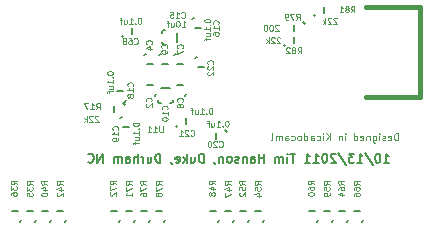
<source format=gbo>
G04 (created by PCBNEW-RS274X (2010-03-14)-final) date Thu 13 Oct 2011 08:56:15 PM EDT*
G01*
G70*
G90*
%MOIN*%
G04 Gerber Fmt 3.4, Leading zero omitted, Abs format*
%FSLAX34Y34*%
G04 APERTURE LIST*
%ADD10C,0.001000*%
%ADD11C,0.005000*%
%ADD12C,0.015000*%
%ADD13C,0.003300*%
%ADD14C,0.003900*%
G04 APERTURE END LIST*
G54D10*
G54D11*
X23150Y08750D02*
X23200Y08800D01*
X22900Y09100D02*
X23100Y09100D01*
X23650Y08750D02*
X23700Y08800D01*
X23400Y09100D02*
X23600Y09100D01*
X22650Y08750D02*
X22700Y08800D01*
X22400Y09100D02*
X22600Y09100D01*
X22150Y08750D02*
X22200Y08800D01*
X21900Y09100D02*
X22100Y09100D01*
X29750Y08750D02*
X29800Y08800D01*
X29500Y09100D02*
X29700Y09100D01*
X30250Y08750D02*
X30300Y08800D01*
X30000Y09100D02*
X30200Y09100D01*
X29250Y08750D02*
X29300Y08800D01*
X29000Y09100D02*
X29200Y09100D01*
X28750Y08750D02*
X28800Y08800D01*
X28500Y09100D02*
X28700Y09100D01*
X33050Y08750D02*
X33100Y08800D01*
X32800Y09100D02*
X33000Y09100D01*
X33550Y08750D02*
X33600Y08800D01*
X33300Y09100D02*
X33500Y09100D01*
X32550Y08750D02*
X32600Y08800D01*
X32300Y09100D02*
X32500Y09100D01*
X32050Y08750D02*
X32100Y08800D01*
X31800Y09100D02*
X32000Y09100D01*
X26450Y08750D02*
X26500Y08800D01*
X26200Y09100D02*
X26400Y09100D01*
X26950Y08750D02*
X27000Y08800D01*
X26700Y09100D02*
X26900Y09100D01*
X25950Y08750D02*
X26000Y08800D01*
X25700Y09100D02*
X25900Y09100D01*
X25450Y08750D02*
X25500Y08800D01*
X25200Y09100D02*
X25400Y09100D01*
X27350Y14350D02*
X27300Y14300D01*
X27600Y14000D02*
X27400Y14000D01*
X27650Y12950D02*
X27700Y13000D01*
X27400Y13300D02*
X27600Y13300D01*
X26850Y14350D02*
X26800Y14300D01*
X27100Y14000D02*
X26900Y14000D01*
X27950Y15550D02*
X27900Y15500D01*
X28200Y15200D02*
X28000Y15200D01*
X25650Y12750D02*
X25700Y12800D01*
X25400Y13100D02*
X25600Y13100D01*
X25550Y12250D02*
X25500Y12200D01*
X25800Y11900D02*
X25600Y11900D01*
X29050Y11750D02*
X29000Y11800D01*
X28700Y11500D02*
X28700Y11700D01*
X25650Y12650D02*
X25600Y12700D01*
X25300Y12400D02*
X25300Y12600D01*
X27350Y11950D02*
X27400Y11900D01*
X27700Y12200D02*
X27700Y12000D01*
X28050Y14250D02*
X28000Y14200D01*
X28300Y13900D02*
X28100Y13900D01*
X26350Y14350D02*
X26300Y14300D01*
X26600Y14000D02*
X26400Y14000D01*
X26650Y12950D02*
X26700Y13000D01*
X26400Y13300D02*
X26600Y13300D01*
X26850Y12700D02*
X26800Y12700D01*
X26800Y12700D02*
X26750Y12750D01*
X26750Y12750D02*
X26750Y12800D01*
X27250Y12800D02*
X27250Y12750D01*
X27250Y12750D02*
X27200Y12700D01*
X27200Y12700D02*
X27150Y12700D01*
X27150Y13200D02*
X26850Y13200D01*
X26900Y15050D02*
X26900Y15100D01*
X26900Y15100D02*
X26950Y15150D01*
X26950Y15150D02*
X27000Y15150D01*
X27000Y14650D02*
X26950Y14650D01*
X26950Y14650D02*
X26900Y14700D01*
X26900Y14700D02*
X26900Y14750D01*
X27400Y14750D02*
X27400Y15050D01*
X31650Y15350D02*
X31600Y15400D01*
X31300Y15100D02*
X31300Y15300D01*
X31950Y15650D02*
X32000Y15600D01*
X32300Y15900D02*
X32300Y15700D01*
X30950Y14650D02*
X31000Y14600D01*
X31300Y14900D02*
X31300Y14700D01*
G54D12*
X33700Y12900D02*
X35500Y12900D01*
X35500Y12900D02*
X35500Y15900D01*
X35500Y15900D02*
X33700Y15900D01*
G54D11*
X25550Y14950D02*
X25600Y14900D01*
X25900Y15200D02*
X25900Y15000D01*
G54D13*
X23072Y09989D02*
X22977Y10056D01*
X23072Y10103D02*
X22872Y10103D01*
X22872Y10027D01*
X22881Y10008D01*
X22891Y09999D01*
X22910Y09989D01*
X22939Y09989D01*
X22958Y09999D01*
X22967Y10008D01*
X22977Y10027D01*
X22977Y10103D01*
X22939Y09818D02*
X23072Y09818D01*
X22862Y09865D02*
X23005Y09913D01*
X23005Y09789D01*
X22872Y09675D02*
X22872Y09656D01*
X22881Y09637D01*
X22891Y09628D01*
X22910Y09618D01*
X22948Y09609D01*
X22996Y09609D01*
X23034Y09618D01*
X23053Y09628D01*
X23062Y09637D01*
X23072Y09656D01*
X23072Y09675D01*
X23062Y09694D01*
X23053Y09704D01*
X23034Y09713D01*
X22996Y09723D01*
X22948Y09723D01*
X22910Y09713D01*
X22891Y09704D01*
X22881Y09694D01*
X22872Y09675D01*
X23580Y09981D02*
X23485Y10048D01*
X23580Y10095D02*
X23380Y10095D01*
X23380Y10019D01*
X23389Y10000D01*
X23399Y09991D01*
X23418Y09981D01*
X23447Y09981D01*
X23466Y09991D01*
X23475Y10000D01*
X23485Y10019D01*
X23485Y10095D01*
X23447Y09810D02*
X23580Y09810D01*
X23370Y09857D02*
X23513Y09905D01*
X23513Y09781D01*
X23399Y09715D02*
X23389Y09705D01*
X23380Y09686D01*
X23380Y09639D01*
X23389Y09620D01*
X23399Y09610D01*
X23418Y09601D01*
X23437Y09601D01*
X23466Y09610D01*
X23580Y09724D01*
X23580Y09601D01*
X22580Y09981D02*
X22485Y10048D01*
X22580Y10095D02*
X22380Y10095D01*
X22380Y10019D01*
X22389Y10000D01*
X22399Y09991D01*
X22418Y09981D01*
X22447Y09981D01*
X22466Y09991D01*
X22475Y10000D01*
X22485Y10019D01*
X22485Y10095D01*
X22380Y09914D02*
X22380Y09791D01*
X22456Y09857D01*
X22456Y09829D01*
X22466Y09810D01*
X22475Y09800D01*
X22494Y09791D01*
X22542Y09791D01*
X22561Y09800D01*
X22570Y09810D01*
X22580Y09829D01*
X22580Y09886D01*
X22570Y09905D01*
X22561Y09914D01*
X22380Y09610D02*
X22380Y09705D01*
X22475Y09715D01*
X22466Y09705D01*
X22456Y09686D01*
X22456Y09639D01*
X22466Y09620D01*
X22475Y09610D01*
X22494Y09601D01*
X22542Y09601D01*
X22561Y09610D01*
X22570Y09620D01*
X22580Y09639D01*
X22580Y09686D01*
X22570Y09705D01*
X22561Y09715D01*
X22055Y09998D02*
X21960Y10065D01*
X22055Y10112D02*
X21855Y10112D01*
X21855Y10036D01*
X21864Y10017D01*
X21874Y10008D01*
X21893Y09998D01*
X21922Y09998D01*
X21941Y10008D01*
X21950Y10017D01*
X21960Y10036D01*
X21960Y10112D01*
X21855Y09931D02*
X21855Y09808D01*
X21931Y09874D01*
X21931Y09846D01*
X21941Y09827D01*
X21950Y09817D01*
X21969Y09808D01*
X22017Y09808D01*
X22036Y09817D01*
X22045Y09827D01*
X22055Y09846D01*
X22055Y09903D01*
X22045Y09922D01*
X22036Y09931D01*
X21855Y09637D02*
X21855Y09675D01*
X21864Y09694D01*
X21874Y09703D01*
X21903Y09722D01*
X21941Y09732D01*
X22017Y09732D01*
X22036Y09722D01*
X22045Y09713D01*
X22055Y09694D01*
X22055Y09656D01*
X22045Y09637D01*
X22036Y09627D01*
X22017Y09618D01*
X21969Y09618D01*
X21950Y09627D01*
X21941Y09637D01*
X21931Y09656D01*
X21931Y09694D01*
X21941Y09713D01*
X21950Y09722D01*
X21969Y09732D01*
X29672Y09989D02*
X29577Y10056D01*
X29672Y10103D02*
X29472Y10103D01*
X29472Y10027D01*
X29481Y10008D01*
X29491Y09999D01*
X29510Y09989D01*
X29539Y09989D01*
X29558Y09999D01*
X29567Y10008D01*
X29577Y10027D01*
X29577Y10103D01*
X29472Y09808D02*
X29472Y09903D01*
X29567Y09913D01*
X29558Y09903D01*
X29548Y09884D01*
X29548Y09837D01*
X29558Y09818D01*
X29567Y09808D01*
X29586Y09799D01*
X29634Y09799D01*
X29653Y09808D01*
X29662Y09818D01*
X29672Y09837D01*
X29672Y09884D01*
X29662Y09903D01*
X29653Y09913D01*
X29491Y09723D02*
X29481Y09713D01*
X29472Y09694D01*
X29472Y09647D01*
X29481Y09628D01*
X29491Y09618D01*
X29510Y09609D01*
X29529Y09609D01*
X29558Y09618D01*
X29672Y09732D01*
X29672Y09609D01*
X30180Y09981D02*
X30085Y10048D01*
X30180Y10095D02*
X29980Y10095D01*
X29980Y10019D01*
X29989Y10000D01*
X29999Y09991D01*
X30018Y09981D01*
X30047Y09981D01*
X30066Y09991D01*
X30075Y10000D01*
X30085Y10019D01*
X30085Y10095D01*
X29980Y09800D02*
X29980Y09895D01*
X30075Y09905D01*
X30066Y09895D01*
X30056Y09876D01*
X30056Y09829D01*
X30066Y09810D01*
X30075Y09800D01*
X30094Y09791D01*
X30142Y09791D01*
X30161Y09800D01*
X30170Y09810D01*
X30180Y09829D01*
X30180Y09876D01*
X30170Y09895D01*
X30161Y09905D01*
X30047Y09620D02*
X30180Y09620D01*
X29970Y09667D02*
X30113Y09715D01*
X30113Y09591D01*
X29180Y09981D02*
X29085Y10048D01*
X29180Y10095D02*
X28980Y10095D01*
X28980Y10019D01*
X28989Y10000D01*
X28999Y09991D01*
X29018Y09981D01*
X29047Y09981D01*
X29066Y09991D01*
X29075Y10000D01*
X29085Y10019D01*
X29085Y10095D01*
X29047Y09810D02*
X29180Y09810D01*
X28970Y09857D02*
X29113Y09905D01*
X29113Y09781D01*
X28980Y09724D02*
X28980Y09591D01*
X29180Y09677D01*
X28655Y09998D02*
X28560Y10065D01*
X28655Y10112D02*
X28455Y10112D01*
X28455Y10036D01*
X28464Y10017D01*
X28474Y10008D01*
X28493Y09998D01*
X28522Y09998D01*
X28541Y10008D01*
X28550Y10017D01*
X28560Y10036D01*
X28560Y10112D01*
X28522Y09827D02*
X28655Y09827D01*
X28445Y09874D02*
X28588Y09922D01*
X28588Y09798D01*
X28541Y09694D02*
X28531Y09713D01*
X28522Y09722D01*
X28503Y09732D01*
X28493Y09732D01*
X28474Y09722D01*
X28464Y09713D01*
X28455Y09694D01*
X28455Y09656D01*
X28464Y09637D01*
X28474Y09627D01*
X28493Y09618D01*
X28503Y09618D01*
X28522Y09627D01*
X28531Y09637D01*
X28541Y09656D01*
X28541Y09694D01*
X28550Y09713D01*
X28560Y09722D01*
X28579Y09732D01*
X28617Y09732D01*
X28636Y09722D01*
X28645Y09713D01*
X28655Y09694D01*
X28655Y09656D01*
X28645Y09637D01*
X28636Y09627D01*
X28617Y09618D01*
X28579Y09618D01*
X28560Y09627D01*
X28550Y09637D01*
X28541Y09656D01*
X32972Y09989D02*
X32877Y10056D01*
X32972Y10103D02*
X32772Y10103D01*
X32772Y10027D01*
X32781Y10008D01*
X32791Y09999D01*
X32810Y09989D01*
X32839Y09989D01*
X32858Y09999D01*
X32867Y10008D01*
X32877Y10027D01*
X32877Y10103D01*
X32772Y09818D02*
X32772Y09856D01*
X32781Y09875D01*
X32791Y09884D01*
X32820Y09903D01*
X32858Y09913D01*
X32934Y09913D01*
X32953Y09903D01*
X32962Y09894D01*
X32972Y09875D01*
X32972Y09837D01*
X32962Y09818D01*
X32953Y09808D01*
X32934Y09799D01*
X32886Y09799D01*
X32867Y09808D01*
X32858Y09818D01*
X32848Y09837D01*
X32848Y09875D01*
X32858Y09894D01*
X32867Y09903D01*
X32886Y09913D01*
X32839Y09628D02*
X32972Y09628D01*
X32762Y09675D02*
X32905Y09723D01*
X32905Y09599D01*
X33480Y09981D02*
X33385Y10048D01*
X33480Y10095D02*
X33280Y10095D01*
X33280Y10019D01*
X33289Y10000D01*
X33299Y09991D01*
X33318Y09981D01*
X33347Y09981D01*
X33366Y09991D01*
X33375Y10000D01*
X33385Y10019D01*
X33385Y10095D01*
X33280Y09810D02*
X33280Y09848D01*
X33289Y09867D01*
X33299Y09876D01*
X33328Y09895D01*
X33366Y09905D01*
X33442Y09905D01*
X33461Y09895D01*
X33470Y09886D01*
X33480Y09867D01*
X33480Y09829D01*
X33470Y09810D01*
X33461Y09800D01*
X33442Y09791D01*
X33394Y09791D01*
X33375Y09800D01*
X33366Y09810D01*
X33356Y09829D01*
X33356Y09867D01*
X33366Y09886D01*
X33375Y09895D01*
X33394Y09905D01*
X33280Y09620D02*
X33280Y09658D01*
X33289Y09677D01*
X33299Y09686D01*
X33328Y09705D01*
X33366Y09715D01*
X33442Y09715D01*
X33461Y09705D01*
X33470Y09696D01*
X33480Y09677D01*
X33480Y09639D01*
X33470Y09620D01*
X33461Y09610D01*
X33442Y09601D01*
X33394Y09601D01*
X33375Y09610D01*
X33366Y09620D01*
X33356Y09639D01*
X33356Y09677D01*
X33366Y09696D01*
X33375Y09705D01*
X33394Y09715D01*
X32480Y09981D02*
X32385Y10048D01*
X32480Y10095D02*
X32280Y10095D01*
X32280Y10019D01*
X32289Y10000D01*
X32299Y09991D01*
X32318Y09981D01*
X32347Y09981D01*
X32366Y09991D01*
X32375Y10000D01*
X32385Y10019D01*
X32385Y10095D01*
X32280Y09800D02*
X32280Y09895D01*
X32375Y09905D01*
X32366Y09895D01*
X32356Y09876D01*
X32356Y09829D01*
X32366Y09810D01*
X32375Y09800D01*
X32394Y09791D01*
X32442Y09791D01*
X32461Y09800D01*
X32470Y09810D01*
X32480Y09829D01*
X32480Y09876D01*
X32470Y09895D01*
X32461Y09905D01*
X32480Y09696D02*
X32480Y09658D01*
X32470Y09639D01*
X32461Y09629D01*
X32432Y09610D01*
X32394Y09601D01*
X32318Y09601D01*
X32299Y09610D01*
X32289Y09620D01*
X32280Y09639D01*
X32280Y09677D01*
X32289Y09696D01*
X32299Y09705D01*
X32318Y09715D01*
X32366Y09715D01*
X32385Y09705D01*
X32394Y09696D01*
X32404Y09677D01*
X32404Y09639D01*
X32394Y09620D01*
X32385Y09610D01*
X32366Y09601D01*
X31955Y09998D02*
X31860Y10065D01*
X31955Y10112D02*
X31755Y10112D01*
X31755Y10036D01*
X31764Y10017D01*
X31774Y10008D01*
X31793Y09998D01*
X31822Y09998D01*
X31841Y10008D01*
X31850Y10017D01*
X31860Y10036D01*
X31860Y10112D01*
X31755Y09827D02*
X31755Y09865D01*
X31764Y09884D01*
X31774Y09893D01*
X31803Y09912D01*
X31841Y09922D01*
X31917Y09922D01*
X31936Y09912D01*
X31945Y09903D01*
X31955Y09884D01*
X31955Y09846D01*
X31945Y09827D01*
X31936Y09817D01*
X31917Y09808D01*
X31869Y09808D01*
X31850Y09817D01*
X31841Y09827D01*
X31831Y09846D01*
X31831Y09884D01*
X31841Y09903D01*
X31850Y09912D01*
X31869Y09922D01*
X31755Y09684D02*
X31755Y09665D01*
X31764Y09646D01*
X31774Y09637D01*
X31793Y09627D01*
X31831Y09618D01*
X31879Y09618D01*
X31917Y09627D01*
X31936Y09637D01*
X31945Y09646D01*
X31955Y09665D01*
X31955Y09684D01*
X31945Y09703D01*
X31936Y09713D01*
X31917Y09722D01*
X31879Y09732D01*
X31831Y09732D01*
X31793Y09722D01*
X31774Y09713D01*
X31764Y09703D01*
X31755Y09684D01*
X26372Y09989D02*
X26277Y10056D01*
X26372Y10103D02*
X26172Y10103D01*
X26172Y10027D01*
X26181Y10008D01*
X26191Y09999D01*
X26210Y09989D01*
X26239Y09989D01*
X26258Y09999D01*
X26267Y10008D01*
X26277Y10027D01*
X26277Y10103D01*
X26172Y09922D02*
X26172Y09789D01*
X26372Y09875D01*
X26172Y09628D02*
X26172Y09666D01*
X26181Y09685D01*
X26191Y09694D01*
X26220Y09713D01*
X26258Y09723D01*
X26334Y09723D01*
X26353Y09713D01*
X26362Y09704D01*
X26372Y09685D01*
X26372Y09647D01*
X26362Y09628D01*
X26353Y09618D01*
X26334Y09609D01*
X26286Y09609D01*
X26267Y09618D01*
X26258Y09628D01*
X26248Y09647D01*
X26248Y09685D01*
X26258Y09704D01*
X26267Y09713D01*
X26286Y09723D01*
X26880Y09981D02*
X26785Y10048D01*
X26880Y10095D02*
X26680Y10095D01*
X26680Y10019D01*
X26689Y10000D01*
X26699Y09991D01*
X26718Y09981D01*
X26747Y09981D01*
X26766Y09991D01*
X26775Y10000D01*
X26785Y10019D01*
X26785Y10095D01*
X26680Y09914D02*
X26680Y09781D01*
X26880Y09867D01*
X26766Y09677D02*
X26756Y09696D01*
X26747Y09705D01*
X26728Y09715D01*
X26718Y09715D01*
X26699Y09705D01*
X26689Y09696D01*
X26680Y09677D01*
X26680Y09639D01*
X26689Y09620D01*
X26699Y09610D01*
X26718Y09601D01*
X26728Y09601D01*
X26747Y09610D01*
X26756Y09620D01*
X26766Y09639D01*
X26766Y09677D01*
X26775Y09696D01*
X26785Y09705D01*
X26804Y09715D01*
X26842Y09715D01*
X26861Y09705D01*
X26870Y09696D01*
X26880Y09677D01*
X26880Y09639D01*
X26870Y09620D01*
X26861Y09610D01*
X26842Y09601D01*
X26804Y09601D01*
X26785Y09610D01*
X26775Y09620D01*
X26766Y09639D01*
X25880Y09981D02*
X25785Y10048D01*
X25880Y10095D02*
X25680Y10095D01*
X25680Y10019D01*
X25689Y10000D01*
X25699Y09991D01*
X25718Y09981D01*
X25747Y09981D01*
X25766Y09991D01*
X25775Y10000D01*
X25785Y10019D01*
X25785Y10095D01*
X25680Y09914D02*
X25680Y09781D01*
X25880Y09867D01*
X25880Y09601D02*
X25880Y09715D01*
X25880Y09658D02*
X25680Y09658D01*
X25709Y09677D01*
X25728Y09696D01*
X25737Y09715D01*
X25355Y09998D02*
X25260Y10065D01*
X25355Y10112D02*
X25155Y10112D01*
X25155Y10036D01*
X25164Y10017D01*
X25174Y10008D01*
X25193Y09998D01*
X25222Y09998D01*
X25241Y10008D01*
X25250Y10017D01*
X25260Y10036D01*
X25260Y10112D01*
X25155Y09931D02*
X25155Y09798D01*
X25355Y09884D01*
X25174Y09732D02*
X25164Y09722D01*
X25155Y09703D01*
X25155Y09656D01*
X25164Y09637D01*
X25174Y09627D01*
X25193Y09618D01*
X25212Y09618D01*
X25241Y09627D01*
X25355Y09741D01*
X25355Y09618D01*
X27578Y14543D02*
X27587Y14553D01*
X27597Y14581D01*
X27597Y14600D01*
X27587Y14629D01*
X27568Y14648D01*
X27549Y14657D01*
X27511Y14667D01*
X27483Y14667D01*
X27445Y14657D01*
X27426Y14648D01*
X27406Y14629D01*
X27397Y14600D01*
X27397Y14581D01*
X27406Y14553D01*
X27416Y14543D01*
X27397Y14476D02*
X27397Y14343D01*
X27597Y14429D01*
X27574Y12753D02*
X27583Y12763D01*
X27593Y12791D01*
X27593Y12810D01*
X27583Y12839D01*
X27564Y12858D01*
X27545Y12867D01*
X27507Y12877D01*
X27479Y12877D01*
X27441Y12867D01*
X27422Y12858D01*
X27402Y12839D01*
X27393Y12810D01*
X27393Y12791D01*
X27402Y12763D01*
X27412Y12753D01*
X27479Y12639D02*
X27469Y12658D01*
X27460Y12667D01*
X27441Y12677D01*
X27431Y12677D01*
X27412Y12667D01*
X27402Y12658D01*
X27393Y12639D01*
X27393Y12601D01*
X27402Y12582D01*
X27412Y12572D01*
X27431Y12563D01*
X27441Y12563D01*
X27460Y12572D01*
X27469Y12582D01*
X27479Y12601D01*
X27479Y12639D01*
X27488Y12658D01*
X27498Y12667D01*
X27517Y12677D01*
X27555Y12677D01*
X27574Y12667D01*
X27583Y12658D01*
X27593Y12639D01*
X27593Y12601D01*
X27583Y12582D01*
X27574Y12572D01*
X27555Y12563D01*
X27517Y12563D01*
X27498Y12572D01*
X27488Y12582D01*
X27479Y12601D01*
X27057Y14550D02*
X27066Y14560D01*
X27076Y14588D01*
X27076Y14607D01*
X27066Y14636D01*
X27047Y14655D01*
X27028Y14664D01*
X26990Y14674D01*
X26962Y14674D01*
X26924Y14664D01*
X26905Y14655D01*
X26885Y14636D01*
X26876Y14607D01*
X26876Y14588D01*
X26885Y14560D01*
X26895Y14550D01*
X27076Y14455D02*
X27076Y14417D01*
X27066Y14398D01*
X27057Y14388D01*
X27028Y14369D01*
X26990Y14360D01*
X26914Y14360D01*
X26895Y14369D01*
X26885Y14379D01*
X26876Y14398D01*
X26876Y14436D01*
X26885Y14455D01*
X26895Y14464D01*
X26914Y14474D01*
X26962Y14474D01*
X26981Y14464D01*
X26990Y14455D01*
X27000Y14436D01*
X27000Y14398D01*
X26990Y14379D01*
X26981Y14369D01*
X26962Y14360D01*
X28764Y15337D02*
X28773Y15347D01*
X28783Y15375D01*
X28783Y15394D01*
X28773Y15423D01*
X28754Y15442D01*
X28735Y15451D01*
X28697Y15461D01*
X28669Y15461D01*
X28631Y15451D01*
X28612Y15442D01*
X28592Y15423D01*
X28583Y15394D01*
X28583Y15375D01*
X28592Y15347D01*
X28602Y15337D01*
X28783Y15147D02*
X28783Y15261D01*
X28783Y15204D02*
X28583Y15204D01*
X28612Y15223D01*
X28631Y15242D01*
X28640Y15261D01*
X28583Y14976D02*
X28583Y15014D01*
X28592Y15033D01*
X28602Y15042D01*
X28631Y15061D01*
X28669Y15071D01*
X28745Y15071D01*
X28764Y15061D01*
X28773Y15052D01*
X28783Y15033D01*
X28783Y14995D01*
X28773Y14976D01*
X28764Y14966D01*
X28745Y14957D01*
X28697Y14957D01*
X28678Y14966D01*
X28669Y14976D01*
X28659Y14995D01*
X28659Y15033D01*
X28669Y15052D01*
X28678Y15061D01*
X28697Y15071D01*
X28309Y15464D02*
X28309Y15445D01*
X28318Y15426D01*
X28328Y15417D01*
X28347Y15407D01*
X28385Y15398D01*
X28433Y15398D01*
X28471Y15407D01*
X28490Y15417D01*
X28499Y15426D01*
X28509Y15445D01*
X28509Y15464D01*
X28499Y15483D01*
X28490Y15493D01*
X28471Y15502D01*
X28433Y15512D01*
X28385Y15512D01*
X28347Y15502D01*
X28328Y15493D01*
X28318Y15483D01*
X28309Y15464D01*
X28490Y15312D02*
X28499Y15303D01*
X28509Y15312D01*
X28499Y15322D01*
X28490Y15312D01*
X28509Y15312D01*
X28509Y15113D02*
X28509Y15227D01*
X28509Y15170D02*
X28309Y15170D01*
X28338Y15189D01*
X28357Y15208D01*
X28366Y15227D01*
X28376Y14942D02*
X28509Y14942D01*
X28376Y15027D02*
X28480Y15027D01*
X28499Y15018D01*
X28509Y14999D01*
X28509Y14970D01*
X28499Y14951D01*
X28490Y14942D01*
X28376Y14875D02*
X28376Y14799D01*
X28509Y14846D02*
X28338Y14846D01*
X28318Y14837D01*
X28309Y14818D01*
X28309Y14799D01*
X25920Y13273D02*
X25929Y13283D01*
X25939Y13311D01*
X25939Y13330D01*
X25929Y13359D01*
X25910Y13378D01*
X25891Y13387D01*
X25853Y13397D01*
X25825Y13397D01*
X25787Y13387D01*
X25768Y13378D01*
X25748Y13359D01*
X25739Y13330D01*
X25739Y13311D01*
X25748Y13283D01*
X25758Y13273D01*
X25939Y13083D02*
X25939Y13197D01*
X25939Y13140D02*
X25739Y13140D01*
X25768Y13159D01*
X25787Y13178D01*
X25796Y13197D01*
X25825Y12969D02*
X25815Y12988D01*
X25806Y12997D01*
X25787Y13007D01*
X25777Y13007D01*
X25758Y12997D01*
X25748Y12988D01*
X25739Y12969D01*
X25739Y12931D01*
X25748Y12912D01*
X25758Y12902D01*
X25777Y12893D01*
X25787Y12893D01*
X25806Y12902D01*
X25815Y12912D01*
X25825Y12931D01*
X25825Y12969D01*
X25834Y12988D01*
X25844Y12997D01*
X25863Y13007D01*
X25901Y13007D01*
X25920Y12997D01*
X25929Y12988D01*
X25939Y12969D01*
X25939Y12931D01*
X25929Y12912D01*
X25920Y12902D01*
X25901Y12893D01*
X25863Y12893D01*
X25844Y12902D01*
X25834Y12912D01*
X25825Y12931D01*
X25062Y13714D02*
X25062Y13695D01*
X25071Y13676D01*
X25081Y13667D01*
X25100Y13657D01*
X25138Y13648D01*
X25186Y13648D01*
X25224Y13657D01*
X25243Y13667D01*
X25252Y13676D01*
X25262Y13695D01*
X25262Y13714D01*
X25252Y13733D01*
X25243Y13743D01*
X25224Y13752D01*
X25186Y13762D01*
X25138Y13762D01*
X25100Y13752D01*
X25081Y13743D01*
X25071Y13733D01*
X25062Y13714D01*
X25243Y13562D02*
X25252Y13553D01*
X25262Y13562D01*
X25252Y13572D01*
X25243Y13562D01*
X25262Y13562D01*
X25262Y13363D02*
X25262Y13477D01*
X25262Y13420D02*
X25062Y13420D01*
X25091Y13439D01*
X25110Y13458D01*
X25119Y13477D01*
X25129Y13192D02*
X25262Y13192D01*
X25129Y13277D02*
X25233Y13277D01*
X25252Y13268D01*
X25262Y13249D01*
X25262Y13220D01*
X25252Y13201D01*
X25243Y13192D01*
X25129Y13125D02*
X25129Y13049D01*
X25262Y13096D02*
X25091Y13096D01*
X25071Y13087D01*
X25062Y13068D01*
X25062Y13049D01*
X25420Y11817D02*
X25429Y11827D01*
X25439Y11855D01*
X25439Y11874D01*
X25429Y11903D01*
X25410Y11922D01*
X25391Y11931D01*
X25353Y11941D01*
X25325Y11941D01*
X25287Y11931D01*
X25268Y11922D01*
X25248Y11903D01*
X25239Y11874D01*
X25239Y11855D01*
X25248Y11827D01*
X25258Y11817D01*
X25439Y11627D02*
X25439Y11741D01*
X25439Y11684D02*
X25239Y11684D01*
X25268Y11703D01*
X25287Y11722D01*
X25296Y11741D01*
X25439Y11532D02*
X25439Y11494D01*
X25429Y11475D01*
X25420Y11465D01*
X25391Y11446D01*
X25353Y11437D01*
X25277Y11437D01*
X25258Y11446D01*
X25248Y11456D01*
X25239Y11475D01*
X25239Y11513D01*
X25248Y11532D01*
X25258Y11541D01*
X25277Y11551D01*
X25325Y11551D01*
X25344Y11541D01*
X25353Y11532D01*
X25363Y11513D01*
X25363Y11475D01*
X25353Y11456D01*
X25344Y11446D01*
X25325Y11437D01*
X25930Y12009D02*
X25930Y11990D01*
X25939Y11971D01*
X25949Y11962D01*
X25968Y11952D01*
X26006Y11943D01*
X26054Y11943D01*
X26092Y11952D01*
X26111Y11962D01*
X26120Y11971D01*
X26130Y11990D01*
X26130Y12009D01*
X26120Y12028D01*
X26111Y12038D01*
X26092Y12047D01*
X26054Y12057D01*
X26006Y12057D01*
X25968Y12047D01*
X25949Y12038D01*
X25939Y12028D01*
X25930Y12009D01*
X26111Y11857D02*
X26120Y11848D01*
X26130Y11857D01*
X26120Y11867D01*
X26111Y11857D01*
X26130Y11857D01*
X26130Y11658D02*
X26130Y11772D01*
X26130Y11715D02*
X25930Y11715D01*
X25959Y11734D01*
X25978Y11753D01*
X25987Y11772D01*
X25997Y11487D02*
X26130Y11487D01*
X25997Y11572D02*
X26101Y11572D01*
X26120Y11563D01*
X26130Y11544D01*
X26130Y11515D01*
X26120Y11496D01*
X26111Y11487D01*
X25997Y11420D02*
X25997Y11344D01*
X26130Y11391D02*
X25959Y11391D01*
X25939Y11382D01*
X25930Y11363D01*
X25930Y11344D01*
X28801Y11264D02*
X28811Y11255D01*
X28839Y11245D01*
X28858Y11245D01*
X28887Y11255D01*
X28906Y11274D01*
X28915Y11293D01*
X28925Y11331D01*
X28925Y11359D01*
X28915Y11397D01*
X28906Y11416D01*
X28887Y11436D01*
X28858Y11445D01*
X28839Y11445D01*
X28811Y11436D01*
X28801Y11426D01*
X28725Y11426D02*
X28715Y11436D01*
X28696Y11445D01*
X28649Y11445D01*
X28630Y11436D01*
X28620Y11426D01*
X28611Y11407D01*
X28611Y11388D01*
X28620Y11359D01*
X28734Y11245D01*
X28611Y11245D01*
X28487Y11445D02*
X28468Y11445D01*
X28449Y11436D01*
X28440Y11426D01*
X28430Y11407D01*
X28421Y11369D01*
X28421Y11321D01*
X28430Y11283D01*
X28440Y11264D01*
X28449Y11255D01*
X28468Y11245D01*
X28487Y11245D01*
X28506Y11255D01*
X28516Y11264D01*
X28525Y11283D01*
X28535Y11321D01*
X28535Y11369D01*
X28525Y11407D01*
X28516Y11426D01*
X28506Y11436D01*
X28487Y11445D01*
X29065Y12123D02*
X29046Y12123D01*
X29027Y12114D01*
X29018Y12104D01*
X29008Y12085D01*
X28999Y12047D01*
X28999Y11999D01*
X29008Y11961D01*
X29018Y11942D01*
X29027Y11933D01*
X29046Y11923D01*
X29065Y11923D01*
X29084Y11933D01*
X29094Y11942D01*
X29103Y11961D01*
X29113Y11999D01*
X29113Y12047D01*
X29103Y12085D01*
X29094Y12104D01*
X29084Y12114D01*
X29065Y12123D01*
X28913Y11942D02*
X28904Y11933D01*
X28913Y11923D01*
X28923Y11933D01*
X28913Y11942D01*
X28913Y11923D01*
X28714Y11923D02*
X28828Y11923D01*
X28771Y11923D02*
X28771Y12123D01*
X28790Y12094D01*
X28809Y12075D01*
X28828Y12066D01*
X28543Y12056D02*
X28543Y11923D01*
X28628Y12056D02*
X28628Y11952D01*
X28619Y11933D01*
X28600Y11923D01*
X28571Y11923D01*
X28552Y11933D01*
X28543Y11942D01*
X28476Y12056D02*
X28400Y12056D01*
X28447Y11923D02*
X28447Y12094D01*
X28438Y12114D01*
X28419Y12123D01*
X28400Y12123D01*
X24699Y12496D02*
X24766Y12591D01*
X24813Y12496D02*
X24813Y12696D01*
X24737Y12696D01*
X24718Y12687D01*
X24709Y12677D01*
X24699Y12658D01*
X24699Y12629D01*
X24709Y12610D01*
X24718Y12601D01*
X24737Y12591D01*
X24813Y12591D01*
X24509Y12496D02*
X24623Y12496D01*
X24566Y12496D02*
X24566Y12696D01*
X24585Y12667D01*
X24604Y12648D01*
X24623Y12639D01*
X24442Y12696D02*
X24309Y12696D01*
X24395Y12496D01*
X24770Y12263D02*
X24760Y12273D01*
X24741Y12282D01*
X24694Y12282D01*
X24675Y12273D01*
X24665Y12263D01*
X24656Y12244D01*
X24656Y12225D01*
X24665Y12196D01*
X24779Y12082D01*
X24656Y12082D01*
X24580Y12263D02*
X24570Y12273D01*
X24551Y12282D01*
X24504Y12282D01*
X24485Y12273D01*
X24475Y12263D01*
X24466Y12244D01*
X24466Y12225D01*
X24475Y12196D01*
X24589Y12082D01*
X24466Y12082D01*
X24380Y12082D02*
X24380Y12282D01*
X24361Y12158D02*
X24304Y12082D01*
X24304Y12215D02*
X24380Y12139D01*
X27846Y11629D02*
X27856Y11620D01*
X27884Y11610D01*
X27903Y11610D01*
X27932Y11620D01*
X27951Y11639D01*
X27960Y11658D01*
X27970Y11696D01*
X27970Y11724D01*
X27960Y11762D01*
X27951Y11781D01*
X27932Y11801D01*
X27903Y11810D01*
X27884Y11810D01*
X27856Y11801D01*
X27846Y11791D01*
X27770Y11791D02*
X27760Y11801D01*
X27741Y11810D01*
X27694Y11810D01*
X27675Y11801D01*
X27665Y11791D01*
X27656Y11772D01*
X27656Y11753D01*
X27665Y11724D01*
X27779Y11610D01*
X27656Y11610D01*
X27466Y11610D02*
X27580Y11610D01*
X27523Y11610D02*
X27523Y11810D01*
X27542Y11781D01*
X27561Y11762D01*
X27580Y11753D01*
X28528Y12547D02*
X28509Y12547D01*
X28490Y12538D01*
X28481Y12528D01*
X28471Y12509D01*
X28462Y12471D01*
X28462Y12423D01*
X28471Y12385D01*
X28481Y12366D01*
X28490Y12357D01*
X28509Y12347D01*
X28528Y12347D01*
X28547Y12357D01*
X28557Y12366D01*
X28566Y12385D01*
X28576Y12423D01*
X28576Y12471D01*
X28566Y12509D01*
X28557Y12528D01*
X28547Y12538D01*
X28528Y12547D01*
X28376Y12366D02*
X28367Y12357D01*
X28376Y12347D01*
X28386Y12357D01*
X28376Y12366D01*
X28376Y12347D01*
X28177Y12347D02*
X28291Y12347D01*
X28234Y12347D02*
X28234Y12547D01*
X28253Y12518D01*
X28272Y12499D01*
X28291Y12490D01*
X28006Y12480D02*
X28006Y12347D01*
X28091Y12480D02*
X28091Y12376D01*
X28082Y12357D01*
X28063Y12347D01*
X28034Y12347D01*
X28015Y12357D01*
X28006Y12366D01*
X27939Y12480D02*
X27863Y12480D01*
X27910Y12347D02*
X27910Y12518D01*
X27901Y12538D01*
X27882Y12547D01*
X27863Y12547D01*
X28592Y14008D02*
X28601Y14018D01*
X28611Y14046D01*
X28611Y14065D01*
X28601Y14094D01*
X28582Y14113D01*
X28563Y14122D01*
X28525Y14132D01*
X28497Y14132D01*
X28459Y14122D01*
X28440Y14113D01*
X28420Y14094D01*
X28411Y14065D01*
X28411Y14046D01*
X28420Y14018D01*
X28430Y14008D01*
X28430Y13932D02*
X28420Y13922D01*
X28411Y13903D01*
X28411Y13856D01*
X28420Y13837D01*
X28430Y13827D01*
X28449Y13818D01*
X28468Y13818D01*
X28497Y13827D01*
X28611Y13941D01*
X28611Y13818D01*
X28430Y13742D02*
X28420Y13732D01*
X28411Y13713D01*
X28411Y13666D01*
X28420Y13647D01*
X28430Y13637D01*
X28449Y13628D01*
X28468Y13628D01*
X28497Y13637D01*
X28611Y13751D01*
X28611Y13628D01*
X26544Y14675D02*
X26553Y14685D01*
X26563Y14713D01*
X26563Y14732D01*
X26553Y14761D01*
X26534Y14780D01*
X26515Y14789D01*
X26477Y14799D01*
X26449Y14799D01*
X26411Y14789D01*
X26392Y14780D01*
X26372Y14761D01*
X26363Y14732D01*
X26363Y14713D01*
X26372Y14685D01*
X26382Y14675D01*
X26430Y14504D02*
X26563Y14504D01*
X26353Y14551D02*
X26496Y14599D01*
X26496Y14475D01*
X26532Y12767D02*
X26541Y12777D01*
X26551Y12805D01*
X26551Y12824D01*
X26541Y12853D01*
X26522Y12872D01*
X26503Y12881D01*
X26465Y12891D01*
X26437Y12891D01*
X26399Y12881D01*
X26380Y12872D01*
X26360Y12853D01*
X26351Y12824D01*
X26351Y12805D01*
X26360Y12777D01*
X26370Y12767D01*
X26370Y12691D02*
X26360Y12681D01*
X26351Y12662D01*
X26351Y12615D01*
X26360Y12596D01*
X26370Y12586D01*
X26389Y12577D01*
X26408Y12577D01*
X26437Y12586D01*
X26551Y12700D01*
X26551Y12577D01*
X27064Y12498D02*
X27073Y12508D01*
X27083Y12536D01*
X27083Y12555D01*
X27073Y12584D01*
X27054Y12603D01*
X27035Y12612D01*
X26997Y12622D01*
X26969Y12622D01*
X26931Y12612D01*
X26912Y12603D01*
X26892Y12584D01*
X26883Y12555D01*
X26883Y12536D01*
X26892Y12508D01*
X26902Y12498D01*
X27083Y12308D02*
X27083Y12422D01*
X27083Y12365D02*
X26883Y12365D01*
X26912Y12384D01*
X26931Y12403D01*
X26940Y12422D01*
X26883Y12184D02*
X26883Y12165D01*
X26892Y12146D01*
X26902Y12137D01*
X26921Y12127D01*
X26959Y12118D01*
X27007Y12118D01*
X27045Y12127D01*
X27064Y12137D01*
X27073Y12146D01*
X27083Y12165D01*
X27083Y12184D01*
X27073Y12203D01*
X27064Y12213D01*
X27045Y12222D01*
X27007Y12232D01*
X26959Y12232D01*
X26921Y12222D01*
X26902Y12213D01*
X26892Y12203D01*
X26883Y12184D01*
X27542Y15564D02*
X27552Y15555D01*
X27580Y15545D01*
X27599Y15545D01*
X27628Y15555D01*
X27647Y15574D01*
X27656Y15593D01*
X27666Y15631D01*
X27666Y15659D01*
X27656Y15697D01*
X27647Y15716D01*
X27628Y15736D01*
X27599Y15745D01*
X27580Y15745D01*
X27552Y15736D01*
X27542Y15726D01*
X27352Y15545D02*
X27466Y15545D01*
X27409Y15545D02*
X27409Y15745D01*
X27428Y15716D01*
X27447Y15697D01*
X27466Y15688D01*
X27171Y15745D02*
X27266Y15745D01*
X27276Y15650D01*
X27266Y15659D01*
X27247Y15669D01*
X27200Y15669D01*
X27181Y15659D01*
X27171Y15650D01*
X27162Y15631D01*
X27162Y15583D01*
X27171Y15564D01*
X27181Y15555D01*
X27200Y15545D01*
X27247Y15545D01*
X27266Y15555D01*
X27276Y15564D01*
X27557Y15251D02*
X27671Y15251D01*
X27614Y15251D02*
X27614Y15451D01*
X27633Y15422D01*
X27652Y15403D01*
X27671Y15394D01*
X27433Y15451D02*
X27414Y15451D01*
X27395Y15442D01*
X27386Y15432D01*
X27376Y15413D01*
X27367Y15375D01*
X27367Y15327D01*
X27376Y15289D01*
X27386Y15270D01*
X27395Y15261D01*
X27414Y15251D01*
X27433Y15251D01*
X27452Y15261D01*
X27462Y15270D01*
X27471Y15289D01*
X27481Y15327D01*
X27481Y15375D01*
X27471Y15413D01*
X27462Y15432D01*
X27452Y15442D01*
X27433Y15451D01*
X27196Y15384D02*
X27196Y15251D01*
X27281Y15384D02*
X27281Y15280D01*
X27272Y15261D01*
X27253Y15251D01*
X27224Y15251D01*
X27205Y15261D01*
X27196Y15270D01*
X27129Y15384D02*
X27053Y15384D01*
X27100Y15251D02*
X27100Y15422D01*
X27091Y15442D01*
X27072Y15451D01*
X27053Y15451D01*
X26923Y11933D02*
X26923Y11771D01*
X26914Y11752D01*
X26904Y11743D01*
X26885Y11733D01*
X26847Y11733D01*
X26828Y11743D01*
X26819Y11752D01*
X26809Y11771D01*
X26809Y11933D01*
X26609Y11733D02*
X26723Y11733D01*
X26666Y11733D02*
X26666Y11933D01*
X26685Y11904D01*
X26704Y11885D01*
X26723Y11876D01*
X26419Y11733D02*
X26533Y11733D01*
X26476Y11733D02*
X26476Y11933D01*
X26495Y11904D01*
X26514Y11885D01*
X26533Y11876D01*
X31365Y15490D02*
X31432Y15585D01*
X31479Y15490D02*
X31479Y15690D01*
X31403Y15690D01*
X31384Y15681D01*
X31375Y15671D01*
X31365Y15652D01*
X31365Y15623D01*
X31375Y15604D01*
X31384Y15595D01*
X31403Y15585D01*
X31479Y15585D01*
X31298Y15690D02*
X31165Y15690D01*
X31251Y15490D01*
X31080Y15490D02*
X31042Y15490D01*
X31023Y15500D01*
X31013Y15509D01*
X30994Y15538D01*
X30985Y15576D01*
X30985Y15652D01*
X30994Y15671D01*
X31004Y15681D01*
X31023Y15690D01*
X31061Y15690D01*
X31080Y15681D01*
X31089Y15671D01*
X31099Y15652D01*
X31099Y15604D01*
X31089Y15585D01*
X31080Y15576D01*
X31061Y15566D01*
X31023Y15566D01*
X31004Y15576D01*
X30994Y15585D01*
X30985Y15604D01*
X30782Y15294D02*
X30772Y15304D01*
X30753Y15313D01*
X30706Y15313D01*
X30687Y15304D01*
X30677Y15294D01*
X30668Y15275D01*
X30668Y15256D01*
X30677Y15227D01*
X30791Y15113D01*
X30668Y15113D01*
X30544Y15313D02*
X30525Y15313D01*
X30506Y15304D01*
X30497Y15294D01*
X30487Y15275D01*
X30478Y15237D01*
X30478Y15189D01*
X30487Y15151D01*
X30497Y15132D01*
X30506Y15123D01*
X30525Y15113D01*
X30544Y15113D01*
X30563Y15123D01*
X30573Y15132D01*
X30582Y15151D01*
X30592Y15189D01*
X30592Y15237D01*
X30582Y15275D01*
X30573Y15294D01*
X30563Y15304D01*
X30544Y15313D01*
X30354Y15313D02*
X30335Y15313D01*
X30316Y15304D01*
X30307Y15294D01*
X30297Y15275D01*
X30288Y15237D01*
X30288Y15189D01*
X30297Y15151D01*
X30307Y15132D01*
X30316Y15123D01*
X30335Y15113D01*
X30354Y15113D01*
X30373Y15123D01*
X30383Y15132D01*
X30392Y15151D01*
X30402Y15189D01*
X30402Y15237D01*
X30392Y15275D01*
X30383Y15294D01*
X30373Y15304D01*
X30354Y15313D01*
X33193Y15731D02*
X33260Y15826D01*
X33307Y15731D02*
X33307Y15931D01*
X33231Y15931D01*
X33212Y15922D01*
X33203Y15912D01*
X33193Y15893D01*
X33193Y15864D01*
X33203Y15845D01*
X33212Y15836D01*
X33231Y15826D01*
X33307Y15826D01*
X33079Y15845D02*
X33098Y15855D01*
X33107Y15864D01*
X33117Y15883D01*
X33117Y15893D01*
X33107Y15912D01*
X33098Y15922D01*
X33079Y15931D01*
X33041Y15931D01*
X33022Y15922D01*
X33012Y15912D01*
X33003Y15893D01*
X33003Y15883D01*
X33012Y15864D01*
X33022Y15855D01*
X33041Y15845D01*
X33079Y15845D01*
X33098Y15836D01*
X33107Y15826D01*
X33117Y15807D01*
X33117Y15769D01*
X33107Y15750D01*
X33098Y15741D01*
X33079Y15731D01*
X33041Y15731D01*
X33022Y15741D01*
X33012Y15750D01*
X33003Y15769D01*
X33003Y15807D01*
X33012Y15826D01*
X33022Y15836D01*
X33041Y15845D01*
X32813Y15731D02*
X32927Y15731D01*
X32870Y15731D02*
X32870Y15931D01*
X32889Y15902D01*
X32908Y15883D01*
X32927Y15874D01*
X32722Y15533D02*
X32712Y15543D01*
X32693Y15552D01*
X32646Y15552D01*
X32627Y15543D01*
X32617Y15533D01*
X32608Y15514D01*
X32608Y15495D01*
X32617Y15466D01*
X32731Y15352D01*
X32608Y15352D01*
X32532Y15533D02*
X32522Y15543D01*
X32503Y15552D01*
X32456Y15552D01*
X32437Y15543D01*
X32427Y15533D01*
X32418Y15514D01*
X32418Y15495D01*
X32427Y15466D01*
X32541Y15352D01*
X32418Y15352D01*
X32332Y15352D02*
X32332Y15552D01*
X32313Y15428D02*
X32256Y15352D01*
X32256Y15485D02*
X32332Y15409D01*
X31414Y14361D02*
X31481Y14456D01*
X31528Y14361D02*
X31528Y14561D01*
X31452Y14561D01*
X31433Y14552D01*
X31424Y14542D01*
X31414Y14523D01*
X31414Y14494D01*
X31424Y14475D01*
X31433Y14466D01*
X31452Y14456D01*
X31528Y14456D01*
X31300Y14475D02*
X31319Y14485D01*
X31328Y14494D01*
X31338Y14513D01*
X31338Y14523D01*
X31328Y14542D01*
X31319Y14552D01*
X31300Y14561D01*
X31262Y14561D01*
X31243Y14552D01*
X31233Y14542D01*
X31224Y14523D01*
X31224Y14513D01*
X31233Y14494D01*
X31243Y14485D01*
X31262Y14475D01*
X31300Y14475D01*
X31319Y14466D01*
X31328Y14456D01*
X31338Y14437D01*
X31338Y14399D01*
X31328Y14380D01*
X31319Y14371D01*
X31300Y14361D01*
X31262Y14361D01*
X31243Y14371D01*
X31233Y14380D01*
X31224Y14399D01*
X31224Y14437D01*
X31233Y14456D01*
X31243Y14466D01*
X31262Y14475D01*
X31148Y14542D02*
X31138Y14552D01*
X31119Y14561D01*
X31072Y14561D01*
X31053Y14552D01*
X31043Y14542D01*
X31034Y14523D01*
X31034Y14504D01*
X31043Y14475D01*
X31157Y14361D01*
X31034Y14361D01*
X30835Y14879D02*
X30825Y14889D01*
X30806Y14898D01*
X30759Y14898D01*
X30740Y14889D01*
X30730Y14879D01*
X30721Y14860D01*
X30721Y14841D01*
X30730Y14812D01*
X30844Y14698D01*
X30721Y14698D01*
X30645Y14879D02*
X30635Y14889D01*
X30616Y14898D01*
X30569Y14898D01*
X30550Y14889D01*
X30540Y14879D01*
X30531Y14860D01*
X30531Y14841D01*
X30540Y14812D01*
X30654Y14698D01*
X30531Y14698D01*
X30445Y14698D02*
X30445Y14898D01*
X30426Y14774D02*
X30369Y14698D01*
X30369Y14831D02*
X30445Y14755D01*
G54D14*
X34767Y11467D02*
X34767Y11703D01*
X34711Y11703D01*
X34677Y11692D01*
X34654Y11670D01*
X34643Y11647D01*
X34632Y11602D01*
X34632Y11569D01*
X34643Y11524D01*
X34654Y11501D01*
X34677Y11479D01*
X34711Y11467D01*
X34767Y11467D01*
X34441Y11479D02*
X34463Y11467D01*
X34508Y11467D01*
X34531Y11479D01*
X34542Y11501D01*
X34542Y11591D01*
X34531Y11614D01*
X34508Y11625D01*
X34463Y11625D01*
X34441Y11614D01*
X34430Y11591D01*
X34430Y11569D01*
X34542Y11546D01*
X34340Y11479D02*
X34318Y11467D01*
X34273Y11467D01*
X34250Y11479D01*
X34239Y11501D01*
X34239Y11512D01*
X34250Y11535D01*
X34273Y11546D01*
X34306Y11546D01*
X34329Y11557D01*
X34340Y11580D01*
X34340Y11591D01*
X34329Y11614D01*
X34306Y11625D01*
X34273Y11625D01*
X34250Y11614D01*
X34138Y11467D02*
X34138Y11625D01*
X34138Y11703D02*
X34149Y11692D01*
X34138Y11681D01*
X34127Y11692D01*
X34138Y11703D01*
X34138Y11681D01*
X33925Y11625D02*
X33925Y11434D01*
X33936Y11411D01*
X33947Y11400D01*
X33970Y11389D01*
X34003Y11389D01*
X34026Y11400D01*
X33925Y11479D02*
X33947Y11467D01*
X33992Y11467D01*
X34015Y11479D01*
X34026Y11490D01*
X34037Y11512D01*
X34037Y11580D01*
X34026Y11602D01*
X34015Y11614D01*
X33992Y11625D01*
X33947Y11625D01*
X33925Y11614D01*
X33812Y11625D02*
X33812Y11467D01*
X33812Y11602D02*
X33801Y11614D01*
X33778Y11625D01*
X33744Y11625D01*
X33722Y11614D01*
X33711Y11591D01*
X33711Y11467D01*
X33508Y11479D02*
X33530Y11467D01*
X33575Y11467D01*
X33598Y11479D01*
X33609Y11501D01*
X33609Y11591D01*
X33598Y11614D01*
X33575Y11625D01*
X33530Y11625D01*
X33508Y11614D01*
X33497Y11591D01*
X33497Y11569D01*
X33609Y11546D01*
X33295Y11467D02*
X33295Y11703D01*
X33295Y11479D02*
X33317Y11467D01*
X33362Y11467D01*
X33385Y11479D01*
X33396Y11490D01*
X33407Y11512D01*
X33407Y11580D01*
X33396Y11602D01*
X33385Y11614D01*
X33362Y11625D01*
X33317Y11625D01*
X33295Y11614D01*
X33002Y11467D02*
X33002Y11625D01*
X33002Y11703D02*
X33013Y11692D01*
X33002Y11681D01*
X32991Y11692D01*
X33002Y11703D01*
X33002Y11681D01*
X32890Y11625D02*
X32890Y11467D01*
X32890Y11602D02*
X32879Y11614D01*
X32856Y11625D01*
X32822Y11625D01*
X32800Y11614D01*
X32789Y11591D01*
X32789Y11467D01*
X32496Y11467D02*
X32496Y11703D01*
X32361Y11467D02*
X32462Y11602D01*
X32361Y11703D02*
X32496Y11569D01*
X32260Y11467D02*
X32260Y11625D01*
X32260Y11703D02*
X32271Y11692D01*
X32260Y11681D01*
X32249Y11692D01*
X32260Y11703D01*
X32260Y11681D01*
X32047Y11479D02*
X32069Y11467D01*
X32114Y11467D01*
X32137Y11479D01*
X32148Y11490D01*
X32159Y11512D01*
X32159Y11580D01*
X32148Y11602D01*
X32137Y11614D01*
X32114Y11625D01*
X32069Y11625D01*
X32047Y11614D01*
X31845Y11467D02*
X31845Y11591D01*
X31856Y11614D01*
X31878Y11625D01*
X31923Y11625D01*
X31946Y11614D01*
X31845Y11479D02*
X31867Y11467D01*
X31923Y11467D01*
X31946Y11479D01*
X31957Y11501D01*
X31957Y11524D01*
X31946Y11546D01*
X31923Y11557D01*
X31867Y11557D01*
X31845Y11569D01*
X31631Y11467D02*
X31631Y11703D01*
X31631Y11479D02*
X31653Y11467D01*
X31698Y11467D01*
X31721Y11479D01*
X31732Y11490D01*
X31743Y11512D01*
X31743Y11580D01*
X31732Y11602D01*
X31721Y11614D01*
X31698Y11625D01*
X31653Y11625D01*
X31631Y11614D01*
X31484Y11467D02*
X31507Y11479D01*
X31518Y11490D01*
X31529Y11512D01*
X31529Y11580D01*
X31518Y11602D01*
X31507Y11614D01*
X31484Y11625D01*
X31450Y11625D01*
X31428Y11614D01*
X31417Y11602D01*
X31405Y11580D01*
X31405Y11512D01*
X31417Y11490D01*
X31428Y11479D01*
X31450Y11467D01*
X31484Y11467D01*
X31203Y11479D02*
X31225Y11467D01*
X31270Y11467D01*
X31293Y11479D01*
X31304Y11490D01*
X31315Y11512D01*
X31315Y11580D01*
X31304Y11602D01*
X31293Y11614D01*
X31270Y11625D01*
X31225Y11625D01*
X31203Y11614D01*
X31001Y11467D02*
X31001Y11591D01*
X31012Y11614D01*
X31034Y11625D01*
X31079Y11625D01*
X31102Y11614D01*
X31001Y11479D02*
X31023Y11467D01*
X31079Y11467D01*
X31102Y11479D01*
X31113Y11501D01*
X31113Y11524D01*
X31102Y11546D01*
X31079Y11557D01*
X31023Y11557D01*
X31001Y11569D01*
X30888Y11467D02*
X30888Y11625D01*
X30888Y11602D02*
X30877Y11614D01*
X30854Y11625D01*
X30820Y11625D01*
X30798Y11614D01*
X30787Y11591D01*
X30787Y11467D01*
X30787Y11591D02*
X30775Y11614D01*
X30753Y11625D01*
X30719Y11625D01*
X30697Y11614D01*
X30686Y11591D01*
X30686Y11467D01*
X30539Y11467D02*
X30562Y11479D01*
X30573Y11501D01*
X30573Y11703D01*
G54D11*
X34288Y10725D02*
X34460Y10725D01*
X34374Y10725D02*
X34374Y11025D01*
X34403Y10982D01*
X34431Y10953D01*
X34460Y10939D01*
X34102Y11025D02*
X34074Y11025D01*
X34045Y11010D01*
X34031Y10996D01*
X34017Y10967D01*
X34002Y10910D01*
X34002Y10839D01*
X34017Y10782D01*
X34031Y10753D01*
X34045Y10739D01*
X34074Y10725D01*
X34102Y10725D01*
X34131Y10739D01*
X34145Y10753D01*
X34160Y10782D01*
X34174Y10839D01*
X34174Y10910D01*
X34160Y10967D01*
X34145Y10996D01*
X34131Y11010D01*
X34102Y11025D01*
X33659Y11039D02*
X33916Y10653D01*
X33402Y10725D02*
X33574Y10725D01*
X33488Y10725D02*
X33488Y11025D01*
X33517Y10982D01*
X33545Y10953D01*
X33574Y10939D01*
X33302Y11025D02*
X33116Y11025D01*
X33216Y10910D01*
X33174Y10910D01*
X33145Y10896D01*
X33131Y10882D01*
X33116Y10853D01*
X33116Y10782D01*
X33131Y10753D01*
X33145Y10739D01*
X33174Y10725D01*
X33259Y10725D01*
X33288Y10739D01*
X33302Y10753D01*
X32773Y11039D02*
X33030Y10653D01*
X32688Y10996D02*
X32674Y11010D01*
X32645Y11025D01*
X32574Y11025D01*
X32545Y11010D01*
X32531Y10996D01*
X32516Y10967D01*
X32516Y10939D01*
X32531Y10896D01*
X32702Y10725D01*
X32516Y10725D01*
X32330Y11025D02*
X32302Y11025D01*
X32273Y11010D01*
X32259Y10996D01*
X32245Y10967D01*
X32230Y10910D01*
X32230Y10839D01*
X32245Y10782D01*
X32259Y10753D01*
X32273Y10739D01*
X32302Y10725D01*
X32330Y10725D01*
X32359Y10739D01*
X32373Y10753D01*
X32388Y10782D01*
X32402Y10839D01*
X32402Y10910D01*
X32388Y10967D01*
X32373Y10996D01*
X32359Y11010D01*
X32330Y11025D01*
X31944Y10725D02*
X32116Y10725D01*
X32030Y10725D02*
X32030Y11025D01*
X32059Y10982D01*
X32087Y10953D01*
X32116Y10939D01*
X31658Y10725D02*
X31830Y10725D01*
X31744Y10725D02*
X31744Y11025D01*
X31773Y10982D01*
X31801Y10953D01*
X31830Y10939D01*
X31343Y11025D02*
X31172Y11025D01*
X31258Y10725D02*
X31258Y11025D01*
X31072Y10725D02*
X31072Y10925D01*
X31072Y11025D02*
X31086Y11010D01*
X31072Y10996D01*
X31057Y11010D01*
X31072Y11025D01*
X31072Y10996D01*
X30929Y10725D02*
X30929Y10925D01*
X30929Y10896D02*
X30914Y10910D01*
X30886Y10925D01*
X30843Y10925D01*
X30814Y10910D01*
X30800Y10882D01*
X30800Y10725D01*
X30800Y10882D02*
X30786Y10910D01*
X30757Y10925D01*
X30714Y10925D01*
X30686Y10910D01*
X30671Y10882D01*
X30671Y10725D01*
X30300Y10725D02*
X30300Y11025D01*
X30300Y10882D02*
X30128Y10882D01*
X30128Y10725D02*
X30128Y11025D01*
X29857Y10725D02*
X29857Y10882D01*
X29871Y10910D01*
X29900Y10925D01*
X29957Y10925D01*
X29986Y10910D01*
X29857Y10739D02*
X29886Y10725D01*
X29957Y10725D01*
X29986Y10739D01*
X30000Y10767D01*
X30000Y10796D01*
X29986Y10825D01*
X29957Y10839D01*
X29886Y10839D01*
X29857Y10853D01*
X29715Y10925D02*
X29715Y10725D01*
X29715Y10896D02*
X29700Y10910D01*
X29672Y10925D01*
X29629Y10925D01*
X29600Y10910D01*
X29586Y10882D01*
X29586Y10725D01*
X29458Y10739D02*
X29429Y10725D01*
X29372Y10725D01*
X29344Y10739D01*
X29329Y10767D01*
X29329Y10782D01*
X29344Y10810D01*
X29372Y10825D01*
X29415Y10825D01*
X29444Y10839D01*
X29458Y10867D01*
X29458Y10882D01*
X29444Y10910D01*
X29415Y10925D01*
X29372Y10925D01*
X29344Y10910D01*
X29158Y10725D02*
X29186Y10739D01*
X29201Y10753D01*
X29215Y10782D01*
X29215Y10867D01*
X29201Y10896D01*
X29186Y10910D01*
X29158Y10925D01*
X29115Y10925D01*
X29086Y10910D01*
X29072Y10896D01*
X29058Y10867D01*
X29058Y10782D01*
X29072Y10753D01*
X29086Y10739D01*
X29115Y10725D01*
X29158Y10725D01*
X28930Y10925D02*
X28930Y10725D01*
X28930Y10896D02*
X28915Y10910D01*
X28887Y10925D01*
X28844Y10925D01*
X28815Y10910D01*
X28801Y10882D01*
X28801Y10725D01*
X28644Y10739D02*
X28644Y10725D01*
X28659Y10696D01*
X28673Y10682D01*
X28287Y10725D02*
X28287Y11025D01*
X28215Y11025D01*
X28172Y11010D01*
X28144Y10982D01*
X28129Y10953D01*
X28115Y10896D01*
X28115Y10853D01*
X28129Y10796D01*
X28144Y10767D01*
X28172Y10739D01*
X28215Y10725D01*
X28287Y10725D01*
X27858Y10925D02*
X27858Y10725D01*
X27987Y10925D02*
X27987Y10767D01*
X27972Y10739D01*
X27944Y10725D01*
X27901Y10725D01*
X27872Y10739D01*
X27858Y10753D01*
X27716Y10725D02*
X27716Y11025D01*
X27687Y10839D02*
X27601Y10725D01*
X27601Y10925D02*
X27716Y10810D01*
X27358Y10739D02*
X27387Y10725D01*
X27444Y10725D01*
X27473Y10739D01*
X27487Y10767D01*
X27487Y10882D01*
X27473Y10910D01*
X27444Y10925D01*
X27387Y10925D01*
X27358Y10910D01*
X27344Y10882D01*
X27344Y10853D01*
X27487Y10825D01*
X27201Y10739D02*
X27201Y10725D01*
X27216Y10696D01*
X27230Y10682D01*
X26844Y10725D02*
X26844Y11025D01*
X26772Y11025D01*
X26729Y11010D01*
X26701Y10982D01*
X26686Y10953D01*
X26672Y10896D01*
X26672Y10853D01*
X26686Y10796D01*
X26701Y10767D01*
X26729Y10739D01*
X26772Y10725D01*
X26844Y10725D01*
X26415Y10925D02*
X26415Y10725D01*
X26544Y10925D02*
X26544Y10767D01*
X26529Y10739D01*
X26501Y10725D01*
X26458Y10725D01*
X26429Y10739D01*
X26415Y10753D01*
X26273Y10725D02*
X26273Y10925D01*
X26273Y10867D02*
X26258Y10896D01*
X26244Y10910D01*
X26215Y10925D01*
X26187Y10925D01*
X26087Y10725D02*
X26087Y11025D01*
X25958Y10725D02*
X25958Y10882D01*
X25972Y10910D01*
X26001Y10925D01*
X26044Y10925D01*
X26072Y10910D01*
X26087Y10896D01*
X25687Y10725D02*
X25687Y10882D01*
X25701Y10910D01*
X25730Y10925D01*
X25787Y10925D01*
X25816Y10910D01*
X25687Y10739D02*
X25716Y10725D01*
X25787Y10725D01*
X25816Y10739D01*
X25830Y10767D01*
X25830Y10796D01*
X25816Y10825D01*
X25787Y10839D01*
X25716Y10839D01*
X25687Y10853D01*
X25545Y10725D02*
X25545Y10925D01*
X25545Y10896D02*
X25530Y10910D01*
X25502Y10925D01*
X25459Y10925D01*
X25430Y10910D01*
X25416Y10882D01*
X25416Y10725D01*
X25416Y10882D02*
X25402Y10910D01*
X25373Y10925D01*
X25330Y10925D01*
X25302Y10910D01*
X25287Y10882D01*
X25287Y10725D01*
X24916Y10725D02*
X24916Y11025D01*
X24744Y10725D01*
X24744Y11025D01*
X24430Y10753D02*
X24444Y10739D01*
X24487Y10725D01*
X24516Y10725D01*
X24559Y10739D01*
X24587Y10767D01*
X24602Y10796D01*
X24616Y10853D01*
X24616Y10896D01*
X24602Y10953D01*
X24587Y10982D01*
X24559Y11010D01*
X24516Y11025D01*
X24487Y11025D01*
X24444Y11010D01*
X24430Y10996D01*
G54D13*
X25965Y14689D02*
X25975Y14680D01*
X26003Y14670D01*
X26022Y14670D01*
X26051Y14680D01*
X26070Y14699D01*
X26079Y14718D01*
X26089Y14756D01*
X26089Y14784D01*
X26079Y14822D01*
X26070Y14841D01*
X26051Y14861D01*
X26022Y14870D01*
X26003Y14870D01*
X25975Y14861D01*
X25965Y14851D01*
X25794Y14870D02*
X25832Y14870D01*
X25851Y14861D01*
X25860Y14851D01*
X25879Y14822D01*
X25889Y14784D01*
X25889Y14708D01*
X25879Y14689D01*
X25870Y14680D01*
X25851Y14670D01*
X25813Y14670D01*
X25794Y14680D01*
X25784Y14689D01*
X25775Y14708D01*
X25775Y14756D01*
X25784Y14775D01*
X25794Y14784D01*
X25813Y14794D01*
X25851Y14794D01*
X25870Y14784D01*
X25879Y14775D01*
X25889Y14756D01*
X25661Y14784D02*
X25680Y14794D01*
X25689Y14803D01*
X25699Y14822D01*
X25699Y14832D01*
X25689Y14851D01*
X25680Y14861D01*
X25661Y14870D01*
X25623Y14870D01*
X25604Y14861D01*
X25594Y14851D01*
X25585Y14832D01*
X25585Y14822D01*
X25594Y14803D01*
X25604Y14794D01*
X25623Y14784D01*
X25661Y14784D01*
X25680Y14775D01*
X25689Y14765D01*
X25699Y14746D01*
X25699Y14708D01*
X25689Y14689D01*
X25680Y14680D01*
X25661Y14670D01*
X25623Y14670D01*
X25604Y14680D01*
X25594Y14689D01*
X25585Y14708D01*
X25585Y14746D01*
X25594Y14765D01*
X25604Y14775D01*
X25623Y14784D01*
X26155Y15549D02*
X26136Y15549D01*
X26117Y15540D01*
X26108Y15530D01*
X26098Y15511D01*
X26089Y15473D01*
X26089Y15425D01*
X26098Y15387D01*
X26108Y15368D01*
X26117Y15359D01*
X26136Y15349D01*
X26155Y15349D01*
X26174Y15359D01*
X26184Y15368D01*
X26193Y15387D01*
X26203Y15425D01*
X26203Y15473D01*
X26193Y15511D01*
X26184Y15530D01*
X26174Y15540D01*
X26155Y15549D01*
X26003Y15368D02*
X25994Y15359D01*
X26003Y15349D01*
X26013Y15359D01*
X26003Y15368D01*
X26003Y15349D01*
X25804Y15349D02*
X25918Y15349D01*
X25861Y15349D02*
X25861Y15549D01*
X25880Y15520D01*
X25899Y15501D01*
X25918Y15492D01*
X25633Y15482D02*
X25633Y15349D01*
X25718Y15482D02*
X25718Y15378D01*
X25709Y15359D01*
X25690Y15349D01*
X25661Y15349D01*
X25642Y15359D01*
X25633Y15368D01*
X25566Y15482D02*
X25490Y15482D01*
X25537Y15349D02*
X25537Y15520D01*
X25528Y15540D01*
X25509Y15549D01*
X25490Y15549D01*
M02*

</source>
